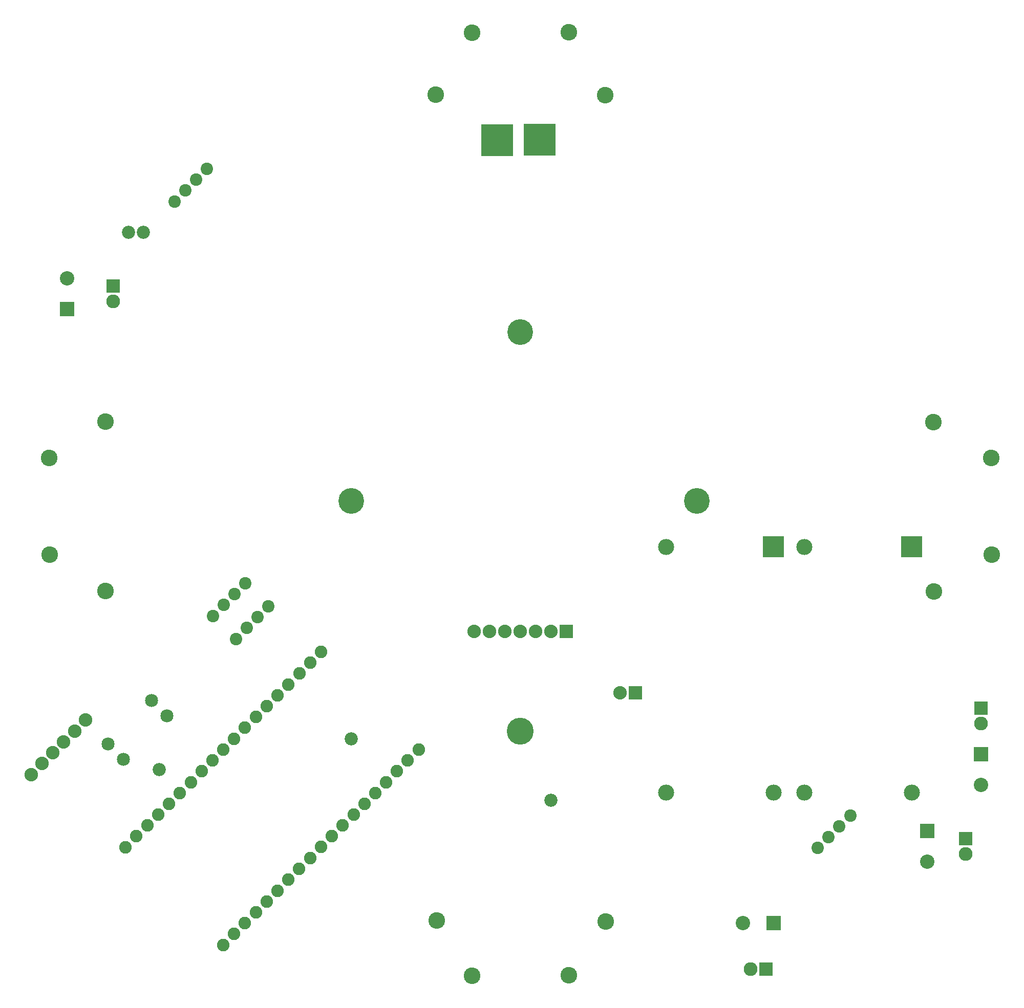
<source format=gts>
G04 MADE WITH FRITZING*
G04 WWW.FRITZING.ORG*
G04 DOUBLE SIDED*
G04 HOLES PLATED*
G04 CONTOUR ON CENTER OF CONTOUR VECTOR*
%ASAXBY*%
%FSLAX23Y23*%
%MOIN*%
%OFA0B0*%
%SFA1.0B1.0*%
%ADD10C,0.108425*%
%ADD11C,0.081858*%
%ADD12C,0.085433*%
%ADD13C,0.081000*%
%ADD14C,0.080972*%
%ADD15C,0.085000*%
%ADD16C,0.088000*%
%ADD17C,0.104488*%
%ADD18C,0.093307*%
%ADD19C,0.090000*%
%ADD20C,0.167480*%
%ADD21C,0.175354*%
%ADD22R,0.088000X0.088000*%
%ADD23R,0.206850X0.206850*%
%ADD24R,0.093307X0.093307*%
%ADD25R,0.090000X0.090000*%
%ADD26C,0.030000*%
%ADD27R,0.001000X0.001000*%
%LNMASK1*%
G90*
G70*
G54D10*
X874Y4241D03*
G54D11*
X2643Y2977D03*
X2572Y2906D03*
X2502Y2835D03*
X2431Y2764D03*
X2361Y2694D03*
X2290Y2623D03*
X2219Y2552D03*
X2148Y2482D03*
X2077Y2411D03*
X2007Y2341D03*
X1936Y2270D03*
X1865Y2199D03*
X1795Y2128D03*
X1724Y2057D03*
X1654Y1987D03*
X1583Y1916D03*
X1512Y1846D03*
X1441Y1775D03*
X1370Y1704D03*
X2006Y1068D03*
X2077Y1139D03*
X2148Y1210D03*
X2219Y1280D03*
X2290Y1351D03*
X2360Y1421D03*
X2431Y1492D03*
X2501Y1563D03*
X2572Y1634D03*
X2643Y1705D03*
X2713Y1775D03*
X2784Y1846D03*
X2855Y1916D03*
X2926Y1987D03*
X2997Y2058D03*
X3067Y2128D03*
X3138Y2199D03*
X3208Y2270D03*
X3279Y2341D03*
G54D12*
X4139Y2009D03*
X2839Y2411D03*
G54D13*
X1901Y6123D03*
X1830Y6052D03*
G54D14*
X1760Y5982D03*
X1689Y5911D03*
G54D13*
X2151Y3423D03*
X2080Y3352D03*
G54D14*
X2010Y3282D03*
X1939Y3211D03*
G54D13*
X2301Y3273D03*
X2230Y3202D03*
G54D14*
X2160Y3132D03*
X2089Y3061D03*
G54D13*
X5877Y1699D03*
X5947Y1769D03*
G54D14*
X6018Y1840D03*
X6089Y1911D03*
G54D15*
X1256Y2378D03*
X1539Y2661D03*
X1356Y2278D03*
X1639Y2561D03*
G54D12*
X1389Y5709D03*
X1488Y5709D03*
G54D16*
X4039Y3111D03*
X3939Y3111D03*
X3839Y3111D03*
X3739Y3111D03*
X3639Y3111D03*
X4689Y2711D03*
X4589Y2711D03*
X4239Y3111D03*
X4139Y3111D03*
X1110Y2532D03*
X1039Y2461D03*
X968Y2390D03*
X897Y2319D03*
X827Y2249D03*
X756Y2178D03*
G54D12*
X1589Y2211D03*
G54D17*
X5589Y3661D03*
X4889Y3661D03*
X4889Y2061D03*
X5589Y2061D03*
X6489Y3661D03*
X5789Y3661D03*
X5789Y2061D03*
X6489Y2061D03*
G54D18*
X6589Y1811D03*
X6589Y1611D03*
X6939Y2311D03*
X6939Y2111D03*
X989Y5211D03*
X989Y5411D03*
X5589Y1211D03*
X5389Y1211D03*
G54D19*
X5539Y911D03*
X5439Y911D03*
X6839Y1761D03*
X6839Y1661D03*
X6939Y2611D03*
X6939Y2511D03*
X1289Y5361D03*
X1289Y5261D03*
G54D20*
X5089Y3961D03*
X2839Y3961D03*
G54D21*
X3939Y2461D03*
G54D20*
X3939Y5061D03*
G54D10*
X877Y3610D03*
X4498Y1221D03*
X4256Y869D03*
X3627Y867D03*
X3395Y1225D03*
X4492Y6603D03*
X4255Y7014D03*
X3389Y6607D03*
X3627Y7011D03*
X7009Y3609D03*
X7006Y4240D03*
X6633Y3370D03*
X6630Y4472D03*
X1241Y3373D03*
X1239Y4476D03*
G54D22*
X4689Y2711D03*
X4239Y3111D03*
G54D23*
X4066Y6312D03*
X3789Y6311D03*
G54D24*
X6589Y1811D03*
X6939Y2311D03*
X989Y5211D03*
X5589Y1211D03*
G54D25*
X5539Y911D03*
X6839Y1761D03*
X6939Y2611D03*
X1289Y5361D03*
G54D26*
G36*
X1151Y2532D02*
X1110Y2491D01*
X1069Y2532D01*
X1110Y2573D01*
X1151Y2532D01*
G37*
D02*
G54D27*
X5521Y3729D02*
X5656Y3729D01*
X6421Y3729D02*
X6556Y3729D01*
X5521Y3728D02*
X5656Y3728D01*
X6421Y3728D02*
X6556Y3728D01*
X5521Y3727D02*
X5656Y3727D01*
X6421Y3727D02*
X6556Y3727D01*
X5521Y3726D02*
X5656Y3726D01*
X6421Y3726D02*
X6556Y3726D01*
X5521Y3725D02*
X5656Y3725D01*
X6421Y3725D02*
X6556Y3725D01*
X5521Y3724D02*
X5656Y3724D01*
X6421Y3724D02*
X6556Y3724D01*
X5521Y3723D02*
X5656Y3723D01*
X6421Y3723D02*
X6556Y3723D01*
X5521Y3722D02*
X5656Y3722D01*
X6421Y3722D02*
X6556Y3722D01*
X5521Y3721D02*
X5656Y3721D01*
X6421Y3721D02*
X6556Y3721D01*
X5521Y3720D02*
X5656Y3720D01*
X6421Y3720D02*
X6556Y3720D01*
X5521Y3719D02*
X5656Y3719D01*
X6421Y3719D02*
X6556Y3719D01*
X5521Y3718D02*
X5656Y3718D01*
X6421Y3718D02*
X6556Y3718D01*
X5521Y3717D02*
X5656Y3717D01*
X6421Y3717D02*
X6556Y3717D01*
X5521Y3716D02*
X5656Y3716D01*
X6421Y3716D02*
X6556Y3716D01*
X5521Y3715D02*
X5656Y3715D01*
X6421Y3715D02*
X6556Y3715D01*
X5521Y3714D02*
X5656Y3714D01*
X6421Y3714D02*
X6556Y3714D01*
X5521Y3713D02*
X5656Y3713D01*
X6421Y3713D02*
X6556Y3713D01*
X5521Y3712D02*
X5656Y3712D01*
X6421Y3712D02*
X6556Y3712D01*
X5521Y3711D02*
X5656Y3711D01*
X6421Y3711D02*
X6556Y3711D01*
X5521Y3710D02*
X5656Y3710D01*
X6421Y3710D02*
X6556Y3710D01*
X5521Y3709D02*
X5656Y3709D01*
X6421Y3709D02*
X6556Y3709D01*
X5521Y3708D02*
X5656Y3708D01*
X6421Y3708D02*
X6556Y3708D01*
X5521Y3707D02*
X5656Y3707D01*
X6421Y3707D02*
X6556Y3707D01*
X5521Y3706D02*
X5656Y3706D01*
X6421Y3706D02*
X6556Y3706D01*
X5521Y3705D02*
X5656Y3705D01*
X6421Y3705D02*
X6556Y3705D01*
X5521Y3704D02*
X5656Y3704D01*
X6421Y3704D02*
X6556Y3704D01*
X5521Y3703D02*
X5656Y3703D01*
X6421Y3703D02*
X6556Y3703D01*
X5521Y3702D02*
X5656Y3702D01*
X6421Y3702D02*
X6556Y3702D01*
X5521Y3701D02*
X5656Y3701D01*
X6421Y3701D02*
X6556Y3701D01*
X5521Y3700D02*
X5656Y3700D01*
X6421Y3700D02*
X6556Y3700D01*
X5521Y3699D02*
X5656Y3699D01*
X6421Y3699D02*
X6556Y3699D01*
X5521Y3698D02*
X5656Y3698D01*
X6421Y3698D02*
X6556Y3698D01*
X5521Y3697D02*
X5656Y3697D01*
X6421Y3697D02*
X6556Y3697D01*
X5521Y3696D02*
X5656Y3696D01*
X6421Y3696D02*
X6556Y3696D01*
X5521Y3695D02*
X5656Y3695D01*
X6421Y3695D02*
X6556Y3695D01*
X5521Y3694D02*
X5656Y3694D01*
X6421Y3694D02*
X6556Y3694D01*
X5521Y3693D02*
X5656Y3693D01*
X6421Y3693D02*
X6556Y3693D01*
X5521Y3692D02*
X5656Y3692D01*
X6421Y3692D02*
X6556Y3692D01*
X5521Y3691D02*
X5656Y3691D01*
X6421Y3691D02*
X6556Y3691D01*
X5521Y3690D02*
X5656Y3690D01*
X6421Y3690D02*
X6556Y3690D01*
X5521Y3689D02*
X5656Y3689D01*
X6421Y3689D02*
X6556Y3689D01*
X5521Y3688D02*
X5656Y3688D01*
X6421Y3688D02*
X6556Y3688D01*
X5521Y3687D02*
X5656Y3687D01*
X6421Y3687D02*
X6556Y3687D01*
X5521Y3686D02*
X5656Y3686D01*
X6421Y3686D02*
X6556Y3686D01*
X5521Y3685D02*
X5656Y3685D01*
X6421Y3685D02*
X6556Y3685D01*
X5521Y3684D02*
X5656Y3684D01*
X6421Y3684D02*
X6556Y3684D01*
X5521Y3683D02*
X5656Y3683D01*
X6421Y3683D02*
X6556Y3683D01*
X5521Y3682D02*
X5656Y3682D01*
X6421Y3682D02*
X6556Y3682D01*
X5521Y3681D02*
X5656Y3681D01*
X6421Y3681D02*
X6556Y3681D01*
X5521Y3680D02*
X5656Y3680D01*
X6421Y3680D02*
X6556Y3680D01*
X5521Y3679D02*
X5656Y3679D01*
X6421Y3679D02*
X6556Y3679D01*
X5521Y3678D02*
X5656Y3678D01*
X6421Y3678D02*
X6556Y3678D01*
X5521Y3677D02*
X5656Y3677D01*
X6421Y3677D02*
X6556Y3677D01*
X5521Y3676D02*
X5656Y3676D01*
X6421Y3676D02*
X6556Y3676D01*
X5521Y3675D02*
X5656Y3675D01*
X6421Y3675D02*
X6556Y3675D01*
X5521Y3674D02*
X5656Y3674D01*
X6421Y3674D02*
X6556Y3674D01*
X5521Y3673D02*
X5656Y3673D01*
X6421Y3673D02*
X6556Y3673D01*
X5521Y3672D02*
X5656Y3672D01*
X6421Y3672D02*
X6556Y3672D01*
X5521Y3671D02*
X5656Y3671D01*
X6421Y3671D02*
X6556Y3671D01*
X5521Y3670D02*
X5656Y3670D01*
X6421Y3670D02*
X6556Y3670D01*
X5521Y3669D02*
X5656Y3669D01*
X6421Y3669D02*
X6556Y3669D01*
X5521Y3668D02*
X5656Y3668D01*
X6421Y3668D02*
X6556Y3668D01*
X5521Y3667D02*
X5656Y3667D01*
X6421Y3667D02*
X6556Y3667D01*
X5521Y3666D02*
X5656Y3666D01*
X6421Y3666D02*
X6556Y3666D01*
X5521Y3665D02*
X5656Y3665D01*
X6421Y3665D02*
X6556Y3665D01*
X5521Y3664D02*
X5656Y3664D01*
X6421Y3664D02*
X6556Y3664D01*
X5521Y3663D02*
X5656Y3663D01*
X6421Y3663D02*
X6556Y3663D01*
X5521Y3662D02*
X5587Y3662D01*
X5589Y3662D02*
X5656Y3662D01*
X6421Y3662D02*
X6487Y3662D01*
X6489Y3662D02*
X6556Y3662D01*
X5521Y3661D02*
X5587Y3661D01*
X5590Y3661D02*
X5656Y3661D01*
X6421Y3661D02*
X6487Y3661D01*
X6490Y3661D02*
X6556Y3661D01*
X5521Y3660D02*
X5656Y3660D01*
X6421Y3660D02*
X6556Y3660D01*
X5521Y3659D02*
X5656Y3659D01*
X6421Y3659D02*
X6556Y3659D01*
X5521Y3658D02*
X5656Y3658D01*
X6421Y3658D02*
X6556Y3658D01*
X5521Y3657D02*
X5656Y3657D01*
X6421Y3657D02*
X6556Y3657D01*
X5521Y3656D02*
X5656Y3656D01*
X6421Y3656D02*
X6556Y3656D01*
X5521Y3655D02*
X5656Y3655D01*
X6421Y3655D02*
X6556Y3655D01*
X5521Y3654D02*
X5656Y3654D01*
X6421Y3654D02*
X6556Y3654D01*
X5521Y3653D02*
X5656Y3653D01*
X6421Y3653D02*
X6556Y3653D01*
X5521Y3652D02*
X5656Y3652D01*
X6421Y3652D02*
X6556Y3652D01*
X5521Y3651D02*
X5656Y3651D01*
X6421Y3651D02*
X6556Y3651D01*
X5521Y3650D02*
X5656Y3650D01*
X6421Y3650D02*
X6556Y3650D01*
X5521Y3649D02*
X5656Y3649D01*
X6421Y3649D02*
X6556Y3649D01*
X5521Y3648D02*
X5656Y3648D01*
X6421Y3648D02*
X6556Y3648D01*
X5521Y3647D02*
X5656Y3647D01*
X6421Y3647D02*
X6556Y3647D01*
X5521Y3646D02*
X5656Y3646D01*
X6421Y3646D02*
X6556Y3646D01*
X5521Y3645D02*
X5656Y3645D01*
X6421Y3645D02*
X6556Y3645D01*
X5521Y3644D02*
X5656Y3644D01*
X6421Y3644D02*
X6556Y3644D01*
X5521Y3643D02*
X5656Y3643D01*
X6421Y3643D02*
X6556Y3643D01*
X5521Y3642D02*
X5656Y3642D01*
X6421Y3642D02*
X6556Y3642D01*
X5521Y3641D02*
X5656Y3641D01*
X6421Y3641D02*
X6556Y3641D01*
X5521Y3640D02*
X5656Y3640D01*
X6421Y3640D02*
X6556Y3640D01*
X5521Y3639D02*
X5656Y3639D01*
X6421Y3639D02*
X6556Y3639D01*
X5521Y3638D02*
X5656Y3638D01*
X6421Y3638D02*
X6556Y3638D01*
X5521Y3637D02*
X5656Y3637D01*
X6421Y3637D02*
X6556Y3637D01*
X5521Y3636D02*
X5656Y3636D01*
X6421Y3636D02*
X6556Y3636D01*
X5521Y3635D02*
X5656Y3635D01*
X6421Y3635D02*
X6556Y3635D01*
X5521Y3634D02*
X5656Y3634D01*
X6421Y3634D02*
X6556Y3634D01*
X5521Y3633D02*
X5656Y3633D01*
X6421Y3633D02*
X6556Y3633D01*
X5521Y3632D02*
X5656Y3632D01*
X6421Y3632D02*
X6556Y3632D01*
X5521Y3631D02*
X5656Y3631D01*
X6421Y3631D02*
X6556Y3631D01*
X5521Y3630D02*
X5656Y3630D01*
X6421Y3630D02*
X6556Y3630D01*
X5521Y3629D02*
X5656Y3629D01*
X6421Y3629D02*
X6556Y3629D01*
X5521Y3628D02*
X5656Y3628D01*
X6421Y3628D02*
X6556Y3628D01*
X5521Y3627D02*
X5656Y3627D01*
X6421Y3627D02*
X6556Y3627D01*
X5521Y3626D02*
X5656Y3626D01*
X6421Y3626D02*
X6556Y3626D01*
X5521Y3625D02*
X5656Y3625D01*
X6421Y3625D02*
X6556Y3625D01*
X5521Y3624D02*
X5656Y3624D01*
X6421Y3624D02*
X6556Y3624D01*
X5521Y3623D02*
X5656Y3623D01*
X6421Y3623D02*
X6556Y3623D01*
X5521Y3622D02*
X5656Y3622D01*
X6421Y3622D02*
X6556Y3622D01*
X5521Y3621D02*
X5656Y3621D01*
X6421Y3621D02*
X6556Y3621D01*
X5521Y3620D02*
X5656Y3620D01*
X6421Y3620D02*
X6556Y3620D01*
X5521Y3619D02*
X5656Y3619D01*
X6421Y3619D02*
X6556Y3619D01*
X5521Y3618D02*
X5656Y3618D01*
X6421Y3618D02*
X6556Y3618D01*
X5521Y3617D02*
X5656Y3617D01*
X6421Y3617D02*
X6556Y3617D01*
X5521Y3616D02*
X5656Y3616D01*
X6421Y3616D02*
X6556Y3616D01*
X5521Y3615D02*
X5656Y3615D01*
X6421Y3615D02*
X6556Y3615D01*
X5521Y3614D02*
X5656Y3614D01*
X6421Y3614D02*
X6556Y3614D01*
X5521Y3613D02*
X5656Y3613D01*
X6421Y3613D02*
X6556Y3613D01*
X5521Y3612D02*
X5656Y3612D01*
X6421Y3612D02*
X6556Y3612D01*
X5521Y3611D02*
X5656Y3611D01*
X6421Y3611D02*
X6556Y3611D01*
X5521Y3610D02*
X5656Y3610D01*
X6421Y3610D02*
X6556Y3610D01*
X5521Y3609D02*
X5656Y3609D01*
X6421Y3609D02*
X6556Y3609D01*
X5521Y3608D02*
X5656Y3608D01*
X6421Y3608D02*
X6556Y3608D01*
X5521Y3607D02*
X5656Y3607D01*
X6421Y3607D02*
X6556Y3607D01*
X5521Y3606D02*
X5656Y3606D01*
X6421Y3606D02*
X6556Y3606D01*
X5521Y3605D02*
X5656Y3605D01*
X6421Y3605D02*
X6556Y3605D01*
X5521Y3604D02*
X5656Y3604D01*
X6421Y3604D02*
X6556Y3604D01*
X5521Y3603D02*
X5656Y3603D01*
X6421Y3603D02*
X6556Y3603D01*
X5521Y3602D02*
X5656Y3602D01*
X6421Y3602D02*
X6556Y3602D01*
X5521Y3601D02*
X5656Y3601D01*
X6421Y3601D02*
X6556Y3601D01*
X5521Y3600D02*
X5656Y3600D01*
X6421Y3600D02*
X6556Y3600D01*
X5521Y3599D02*
X5656Y3599D01*
X6421Y3599D02*
X6556Y3599D01*
X5521Y3598D02*
X5656Y3598D01*
X6421Y3598D02*
X6556Y3598D01*
X5521Y3597D02*
X5656Y3597D01*
X6421Y3597D02*
X6556Y3597D01*
X5521Y3596D02*
X5656Y3596D01*
X6421Y3596D02*
X6556Y3596D01*
X5521Y3595D02*
X5656Y3595D01*
X6421Y3595D02*
X6556Y3595D01*
X5521Y3594D02*
X5656Y3594D01*
X6421Y3594D02*
X6556Y3594D01*
D02*
G04 End of Mask1*
M02*
</source>
